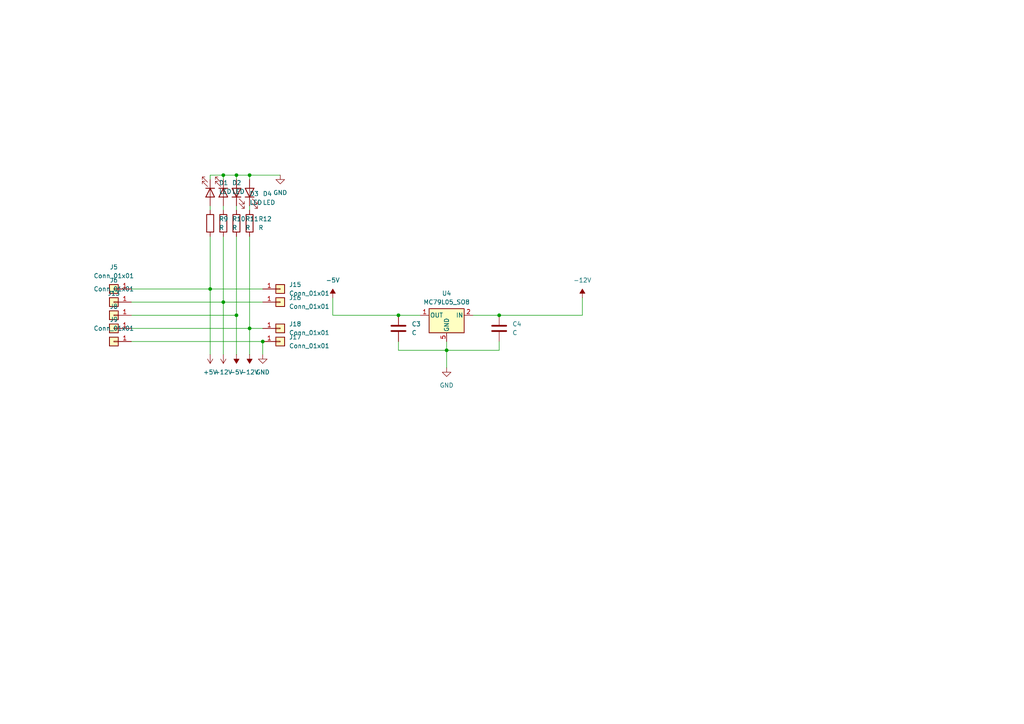
<source format=kicad_sch>
(kicad_sch
	(version 20250114)
	(generator "eeschema")
	(generator_version "9.0")
	(uuid "95fa4313-3f84-4339-9e3e-398b3180ed03")
	(paper "A4")
	(lib_symbols
		(symbol "Connector_Generic:Conn_01x01"
			(pin_names
				(offset 1.016)
				(hide yes)
			)
			(exclude_from_sim no)
			(in_bom yes)
			(on_board yes)
			(property "Reference" "J"
				(at 0 2.54 0)
				(effects
					(font
						(size 1.27 1.27)
					)
				)
			)
			(property "Value" "Conn_01x01"
				(at 0 -2.54 0)
				(effects
					(font
						(size 1.27 1.27)
					)
				)
			)
			(property "Footprint" ""
				(at 0 0 0)
				(effects
					(font
						(size 1.27 1.27)
					)
					(hide yes)
				)
			)
			(property "Datasheet" "~"
				(at 0 0 0)
				(effects
					(font
						(size 1.27 1.27)
					)
					(hide yes)
				)
			)
			(property "Description" "Generic connector, single row, 01x01, script generated (kicad-library-utils/schlib/autogen/connector/)"
				(at 0 0 0)
				(effects
					(font
						(size 1.27 1.27)
					)
					(hide yes)
				)
			)
			(property "ki_keywords" "connector"
				(at 0 0 0)
				(effects
					(font
						(size 1.27 1.27)
					)
					(hide yes)
				)
			)
			(property "ki_fp_filters" "Connector*:*_1x??_*"
				(at 0 0 0)
				(effects
					(font
						(size 1.27 1.27)
					)
					(hide yes)
				)
			)
			(symbol "Conn_01x01_1_1"
				(rectangle
					(start -1.27 1.27)
					(end 1.27 -1.27)
					(stroke
						(width 0.254)
						(type default)
					)
					(fill
						(type background)
					)
				)
				(rectangle
					(start -1.27 0.127)
					(end 0 -0.127)
					(stroke
						(width 0.1524)
						(type default)
					)
					(fill
						(type none)
					)
				)
				(pin passive line
					(at -5.08 0 0)
					(length 3.81)
					(name "Pin_1"
						(effects
							(font
								(size 1.27 1.27)
							)
						)
					)
					(number "1"
						(effects
							(font
								(size 1.27 1.27)
							)
						)
					)
				)
			)
			(embedded_fonts no)
		)
		(symbol "Device:C"
			(pin_numbers
				(hide yes)
			)
			(pin_names
				(offset 0.254)
			)
			(exclude_from_sim no)
			(in_bom yes)
			(on_board yes)
			(property "Reference" "C"
				(at 0.635 2.54 0)
				(effects
					(font
						(size 1.27 1.27)
					)
					(justify left)
				)
			)
			(property "Value" "C"
				(at 0.635 -2.54 0)
				(effects
					(font
						(size 1.27 1.27)
					)
					(justify left)
				)
			)
			(property "Footprint" ""
				(at 0.9652 -3.81 0)
				(effects
					(font
						(size 1.27 1.27)
					)
					(hide yes)
				)
			)
			(property "Datasheet" "~"
				(at 0 0 0)
				(effects
					(font
						(size 1.27 1.27)
					)
					(hide yes)
				)
			)
			(property "Description" "Unpolarized capacitor"
				(at 0 0 0)
				(effects
					(font
						(size 1.27 1.27)
					)
					(hide yes)
				)
			)
			(property "ki_keywords" "cap capacitor"
				(at 0 0 0)
				(effects
					(font
						(size 1.27 1.27)
					)
					(hide yes)
				)
			)
			(property "ki_fp_filters" "C_*"
				(at 0 0 0)
				(effects
					(font
						(size 1.27 1.27)
					)
					(hide yes)
				)
			)
			(symbol "C_0_1"
				(polyline
					(pts
						(xy -2.032 0.762) (xy 2.032 0.762)
					)
					(stroke
						(width 0.508)
						(type default)
					)
					(fill
						(type none)
					)
				)
				(polyline
					(pts
						(xy -2.032 -0.762) (xy 2.032 -0.762)
					)
					(stroke
						(width 0.508)
						(type default)
					)
					(fill
						(type none)
					)
				)
			)
			(symbol "C_1_1"
				(pin passive line
					(at 0 3.81 270)
					(length 2.794)
					(name "~"
						(effects
							(font
								(size 1.27 1.27)
							)
						)
					)
					(number "1"
						(effects
							(font
								(size 1.27 1.27)
							)
						)
					)
				)
				(pin passive line
					(at 0 -3.81 90)
					(length 2.794)
					(name "~"
						(effects
							(font
								(size 1.27 1.27)
							)
						)
					)
					(number "2"
						(effects
							(font
								(size 1.27 1.27)
							)
						)
					)
				)
			)
			(embedded_fonts no)
		)
		(symbol "Device:LED"
			(pin_numbers
				(hide yes)
			)
			(pin_names
				(offset 1.016)
				(hide yes)
			)
			(exclude_from_sim no)
			(in_bom yes)
			(on_board yes)
			(property "Reference" "D"
				(at 0 2.54 0)
				(effects
					(font
						(size 1.27 1.27)
					)
				)
			)
			(property "Value" "LED"
				(at 0 -2.54 0)
				(effects
					(font
						(size 1.27 1.27)
					)
				)
			)
			(property "Footprint" ""
				(at 0 0 0)
				(effects
					(font
						(size 1.27 1.27)
					)
					(hide yes)
				)
			)
			(property "Datasheet" "~"
				(at 0 0 0)
				(effects
					(font
						(size 1.27 1.27)
					)
					(hide yes)
				)
			)
			(property "Description" "Light emitting diode"
				(at 0 0 0)
				(effects
					(font
						(size 1.27 1.27)
					)
					(hide yes)
				)
			)
			(property "Sim.Pins" "1=K 2=A"
				(at 0 0 0)
				(effects
					(font
						(size 1.27 1.27)
					)
					(hide yes)
				)
			)
			(property "ki_keywords" "LED diode"
				(at 0 0 0)
				(effects
					(font
						(size 1.27 1.27)
					)
					(hide yes)
				)
			)
			(property "ki_fp_filters" "LED* LED_SMD:* LED_THT:*"
				(at 0 0 0)
				(effects
					(font
						(size 1.27 1.27)
					)
					(hide yes)
				)
			)
			(symbol "LED_0_1"
				(polyline
					(pts
						(xy -3.048 -0.762) (xy -4.572 -2.286) (xy -3.81 -2.286) (xy -4.572 -2.286) (xy -4.572 -1.524)
					)
					(stroke
						(width 0)
						(type default)
					)
					(fill
						(type none)
					)
				)
				(polyline
					(pts
						(xy -1.778 -0.762) (xy -3.302 -2.286) (xy -2.54 -2.286) (xy -3.302 -2.286) (xy -3.302 -1.524)
					)
					(stroke
						(width 0)
						(type default)
					)
					(fill
						(type none)
					)
				)
				(polyline
					(pts
						(xy -1.27 0) (xy 1.27 0)
					)
					(stroke
						(width 0)
						(type default)
					)
					(fill
						(type none)
					)
				)
				(polyline
					(pts
						(xy -1.27 -1.27) (xy -1.27 1.27)
					)
					(stroke
						(width 0.254)
						(type default)
					)
					(fill
						(type none)
					)
				)
				(polyline
					(pts
						(xy 1.27 -1.27) (xy 1.27 1.27) (xy -1.27 0) (xy 1.27 -1.27)
					)
					(stroke
						(width 0.254)
						(type default)
					)
					(fill
						(type none)
					)
				)
			)
			(symbol "LED_1_1"
				(pin passive line
					(at -3.81 0 0)
					(length 2.54)
					(name "K"
						(effects
							(font
								(size 1.27 1.27)
							)
						)
					)
					(number "1"
						(effects
							(font
								(size 1.27 1.27)
							)
						)
					)
				)
				(pin passive line
					(at 3.81 0 180)
					(length 2.54)
					(name "A"
						(effects
							(font
								(size 1.27 1.27)
							)
						)
					)
					(number "2"
						(effects
							(font
								(size 1.27 1.27)
							)
						)
					)
				)
			)
			(embedded_fonts no)
		)
		(symbol "Device:R"
			(pin_numbers
				(hide yes)
			)
			(pin_names
				(offset 0)
			)
			(exclude_from_sim no)
			(in_bom yes)
			(on_board yes)
			(property "Reference" "R"
				(at 2.032 0 90)
				(effects
					(font
						(size 1.27 1.27)
					)
				)
			)
			(property "Value" "R"
				(at 0 0 90)
				(effects
					(font
						(size 1.27 1.27)
					)
				)
			)
			(property "Footprint" ""
				(at -1.778 0 90)
				(effects
					(font
						(size 1.27 1.27)
					)
					(hide yes)
				)
			)
			(property "Datasheet" "~"
				(at 0 0 0)
				(effects
					(font
						(size 1.27 1.27)
					)
					(hide yes)
				)
			)
			(property "Description" "Resistor"
				(at 0 0 0)
				(effects
					(font
						(size 1.27 1.27)
					)
					(hide yes)
				)
			)
			(property "ki_keywords" "R res resistor"
				(at 0 0 0)
				(effects
					(font
						(size 1.27 1.27)
					)
					(hide yes)
				)
			)
			(property "ki_fp_filters" "R_*"
				(at 0 0 0)
				(effects
					(font
						(size 1.27 1.27)
					)
					(hide yes)
				)
			)
			(symbol "R_0_1"
				(rectangle
					(start -1.016 -2.54)
					(end 1.016 2.54)
					(stroke
						(width 0.254)
						(type default)
					)
					(fill
						(type none)
					)
				)
			)
			(symbol "R_1_1"
				(pin passive line
					(at 0 3.81 270)
					(length 1.27)
					(name "~"
						(effects
							(font
								(size 1.27 1.27)
							)
						)
					)
					(number "1"
						(effects
							(font
								(size 1.27 1.27)
							)
						)
					)
				)
				(pin passive line
					(at 0 -3.81 90)
					(length 1.27)
					(name "~"
						(effects
							(font
								(size 1.27 1.27)
							)
						)
					)
					(number "2"
						(effects
							(font
								(size 1.27 1.27)
							)
						)
					)
				)
			)
			(embedded_fonts no)
		)
		(symbol "Regulator_Linear:MC79L05_SO8"
			(pin_names
				(offset 0.254)
			)
			(exclude_from_sim no)
			(in_bom yes)
			(on_board yes)
			(property "Reference" "U"
				(at -3.81 -3.175 0)
				(effects
					(font
						(size 1.27 1.27)
					)
				)
			)
			(property "Value" "MC79L05_SO8"
				(at 0 -3.175 0)
				(effects
					(font
						(size 1.27 1.27)
					)
					(justify left)
				)
			)
			(property "Footprint" "Package_SO:SOIC-8_3.9x4.9mm_P1.27mm"
				(at 0 -5.08 0)
				(effects
					(font
						(size 1.27 1.27)
						(italic yes)
					)
					(hide yes)
				)
			)
			(property "Datasheet" "http://www.ti.com/lit/ds/symlink/lm79l.pdf"
				(at 0 1.27 0)
				(effects
					(font
						(size 1.27 1.27)
					)
					(hide yes)
				)
			)
			(property "Description" "Negative 100mA -30V Linear Regulator, Fixed Output -5V, SO-8"
				(at 0 0 0)
				(effects
					(font
						(size 1.27 1.27)
					)
					(hide yes)
				)
			)
			(property "ki_keywords" "Voltage Regulator 100mA Negative"
				(at 0 0 0)
				(effects
					(font
						(size 1.27 1.27)
					)
					(hide yes)
				)
			)
			(property "ki_fp_filters" "SOIC?8*3.9x4.9mm*P1.27mm*"
				(at 0 0 0)
				(effects
					(font
						(size 1.27 1.27)
					)
					(hide yes)
				)
			)
			(symbol "MC79L05_SO8_0_1"
				(rectangle
					(start -5.08 5.08)
					(end 5.08 -1.905)
					(stroke
						(width 0.254)
						(type default)
					)
					(fill
						(type background)
					)
				)
			)
			(symbol "MC79L05_SO8_1_1"
				(pin power_in line
					(at -7.62 0 0)
					(length 2.54)
					(name "IN"
						(effects
							(font
								(size 1.27 1.27)
							)
						)
					)
					(number "2"
						(effects
							(font
								(size 1.27 1.27)
							)
						)
					)
				)
				(pin passive line
					(at -7.62 0 0)
					(length 2.54)
					(hide yes)
					(name "IN"
						(effects
							(font
								(size 1.27 1.27)
							)
						)
					)
					(number "3"
						(effects
							(font
								(size 1.27 1.27)
							)
						)
					)
				)
				(pin passive line
					(at -7.62 0 0)
					(length 2.54)
					(hide yes)
					(name "IN"
						(effects
							(font
								(size 1.27 1.27)
							)
						)
					)
					(number "6"
						(effects
							(font
								(size 1.27 1.27)
							)
						)
					)
				)
				(pin passive line
					(at -7.62 0 0)
					(length 2.54)
					(hide yes)
					(name "IN"
						(effects
							(font
								(size 1.27 1.27)
							)
						)
					)
					(number "7"
						(effects
							(font
								(size 1.27 1.27)
							)
						)
					)
				)
				(pin no_connect line
					(at -5.08 2.54 0)
					(length 2.54)
					(hide yes)
					(name "NC"
						(effects
							(font
								(size 1.27 1.27)
							)
						)
					)
					(number "8"
						(effects
							(font
								(size 1.27 1.27)
							)
						)
					)
				)
				(pin power_in line
					(at 0 7.62 270)
					(length 2.54)
					(name "GND"
						(effects
							(font
								(size 1.27 1.27)
							)
						)
					)
					(number "5"
						(effects
							(font
								(size 1.27 1.27)
							)
						)
					)
				)
				(pin no_connect line
					(at 5.08 2.54 180)
					(length 2.54)
					(hide yes)
					(name "NC"
						(effects
							(font
								(size 1.27 1.27)
							)
						)
					)
					(number "4"
						(effects
							(font
								(size 1.27 1.27)
							)
						)
					)
				)
				(pin power_out line
					(at 7.62 0 180)
					(length 2.54)
					(name "OUT"
						(effects
							(font
								(size 1.27 1.27)
							)
						)
					)
					(number "1"
						(effects
							(font
								(size 1.27 1.27)
							)
						)
					)
				)
			)
			(embedded_fonts no)
		)
		(symbol "power:+12V"
			(power)
			(pin_numbers
				(hide yes)
			)
			(pin_names
				(offset 0)
				(hide yes)
			)
			(exclude_from_sim no)
			(in_bom yes)
			(on_board yes)
			(property "Reference" "#PWR"
				(at 0 -3.81 0)
				(effects
					(font
						(size 1.27 1.27)
					)
					(hide yes)
				)
			)
			(property "Value" "+12V"
				(at 0 3.556 0)
				(effects
					(font
						(size 1.27 1.27)
					)
				)
			)
			(property "Footprint" ""
				(at 0 0 0)
				(effects
					(font
						(size 1.27 1.27)
					)
					(hide yes)
				)
			)
			(property "Datasheet" ""
				(at 0 0 0)
				(effects
					(font
						(size 1.27 1.27)
					)
					(hide yes)
				)
			)
			(property "Description" "Power symbol creates a global label with name \"+12V\""
				(at 0 0 0)
				(effects
					(font
						(size 1.27 1.27)
					)
					(hide yes)
				)
			)
			(property "ki_keywords" "global power"
				(at 0 0 0)
				(effects
					(font
						(size 1.27 1.27)
					)
					(hide yes)
				)
			)
			(symbol "+12V_0_1"
				(polyline
					(pts
						(xy -0.762 1.27) (xy 0 2.54)
					)
					(stroke
						(width 0)
						(type default)
					)
					(fill
						(type none)
					)
				)
				(polyline
					(pts
						(xy 0 2.54) (xy 0.762 1.27)
					)
					(stroke
						(width 0)
						(type default)
					)
					(fill
						(type none)
					)
				)
				(polyline
					(pts
						(xy 0 0) (xy 0 2.54)
					)
					(stroke
						(width 0)
						(type default)
					)
					(fill
						(type none)
					)
				)
			)
			(symbol "+12V_1_1"
				(pin power_in line
					(at 0 0 90)
					(length 0)
					(name "~"
						(effects
							(font
								(size 1.27 1.27)
							)
						)
					)
					(number "1"
						(effects
							(font
								(size 1.27 1.27)
							)
						)
					)
				)
			)
			(embedded_fonts no)
		)
		(symbol "power:+5V"
			(power)
			(pin_numbers
				(hide yes)
			)
			(pin_names
				(offset 0)
				(hide yes)
			)
			(exclude_from_sim no)
			(in_bom yes)
			(on_board yes)
			(property "Reference" "#PWR"
				(at 0 -3.81 0)
				(effects
					(font
						(size 1.27 1.27)
					)
					(hide yes)
				)
			)
			(property "Value" "+5V"
				(at 0 3.556 0)
				(effects
					(font
						(size 1.27 1.27)
					)
				)
			)
			(property "Footprint" ""
				(at 0 0 0)
				(effects
					(font
						(size 1.27 1.27)
					)
					(hide yes)
				)
			)
			(property "Datasheet" ""
				(at 0 0 0)
				(effects
					(font
						(size 1.27 1.27)
					)
					(hide yes)
				)
			)
			(property "Description" "Power symbol creates a global label with name \"+5V\""
				(at 0 0 0)
				(effects
					(font
						(size 1.27 1.27)
					)
					(hide yes)
				)
			)
			(property "ki_keywords" "global power"
				(at 0 0 0)
				(effects
					(font
						(size 1.27 1.27)
					)
					(hide yes)
				)
			)
			(symbol "+5V_0_1"
				(polyline
					(pts
						(xy -0.762 1.27) (xy 0 2.54)
					)
					(stroke
						(width 0)
						(type default)
					)
					(fill
						(type none)
					)
				)
				(polyline
					(pts
						(xy 0 2.54) (xy 0.762 1.27)
					)
					(stroke
						(width 0)
						(type default)
					)
					(fill
						(type none)
					)
				)
				(polyline
					(pts
						(xy 0 0) (xy 0 2.54)
					)
					(stroke
						(width 0)
						(type default)
					)
					(fill
						(type none)
					)
				)
			)
			(symbol "+5V_1_1"
				(pin power_in line
					(at 0 0 90)
					(length 0)
					(name "~"
						(effects
							(font
								(size 1.27 1.27)
							)
						)
					)
					(number "1"
						(effects
							(font
								(size 1.27 1.27)
							)
						)
					)
				)
			)
			(embedded_fonts no)
		)
		(symbol "power:-12V"
			(power)
			(pin_numbers
				(hide yes)
			)
			(pin_names
				(offset 0)
				(hide yes)
			)
			(exclude_from_sim no)
			(in_bom yes)
			(on_board yes)
			(property "Reference" "#PWR"
				(at 0 -3.81 0)
				(effects
					(font
						(size 1.27 1.27)
					)
					(hide yes)
				)
			)
			(property "Value" "-12V"
				(at 0 3.556 0)
				(effects
					(font
						(size 1.27 1.27)
					)
				)
			)
			(property "Footprint" ""
				(at 0 0 0)
				(effects
					(font
						(size 1.27 1.27)
					)
					(hide yes)
				)
			)
			(property "Datasheet" ""
				(at 0 0 0)
				(effects
					(font
						(size 1.27 1.27)
					)
					(hide yes)
				)
			)
			(property "Description" "Power symbol creates a global label with name \"-12V\""
				(at 0 0 0)
				(effects
					(font
						(size 1.27 1.27)
					)
					(hide yes)
				)
			)
			(property "ki_keywords" "global power"
				(at 0 0 0)
				(effects
					(font
						(size 1.27 1.27)
					)
					(hide yes)
				)
			)
			(symbol "-12V_0_0"
				(pin power_in line
					(at 0 0 90)
					(length 0)
					(name "~"
						(effects
							(font
								(size 1.27 1.27)
							)
						)
					)
					(number "1"
						(effects
							(font
								(size 1.27 1.27)
							)
						)
					)
				)
			)
			(symbol "-12V_0_1"
				(polyline
					(pts
						(xy 0 0) (xy 0 1.27) (xy 0.762 1.27) (xy 0 2.54) (xy -0.762 1.27) (xy 0 1.27)
					)
					(stroke
						(width 0)
						(type default)
					)
					(fill
						(type outline)
					)
				)
			)
			(embedded_fonts no)
		)
		(symbol "power:-5V"
			(power)
			(pin_numbers
				(hide yes)
			)
			(pin_names
				(offset 0)
				(hide yes)
			)
			(exclude_from_sim no)
			(in_bom yes)
			(on_board yes)
			(property "Reference" "#PWR"
				(at 0 -3.81 0)
				(effects
					(font
						(size 1.27 1.27)
					)
					(hide yes)
				)
			)
			(property "Value" "-5V"
				(at 0 3.556 0)
				(effects
					(font
						(size 1.27 1.27)
					)
				)
			)
			(property "Footprint" ""
				(at 0 0 0)
				(effects
					(font
						(size 1.27 1.27)
					)
					(hide yes)
				)
			)
			(property "Datasheet" ""
				(at 0 0 0)
				(effects
					(font
						(size 1.27 1.27)
					)
					(hide yes)
				)
			)
			(property "Description" "Power symbol creates a global label with name \"-5V\""
				(at 0 0 0)
				(effects
					(font
						(size 1.27 1.27)
					)
					(hide yes)
				)
			)
			(property "ki_keywords" "global power"
				(at 0 0 0)
				(effects
					(font
						(size 1.27 1.27)
					)
					(hide yes)
				)
			)
			(symbol "-5V_0_0"
				(pin power_in line
					(at 0 0 90)
					(length 0)
					(name "~"
						(effects
							(font
								(size 1.27 1.27)
							)
						)
					)
					(number "1"
						(effects
							(font
								(size 1.27 1.27)
							)
						)
					)
				)
			)
			(symbol "-5V_0_1"
				(polyline
					(pts
						(xy 0 0) (xy 0 1.27) (xy 0.762 1.27) (xy 0 2.54) (xy -0.762 1.27) (xy 0 1.27)
					)
					(stroke
						(width 0)
						(type default)
					)
					(fill
						(type outline)
					)
				)
			)
			(embedded_fonts no)
		)
		(symbol "power:GND"
			(power)
			(pin_numbers
				(hide yes)
			)
			(pin_names
				(offset 0)
				(hide yes)
			)
			(exclude_from_sim no)
			(in_bom yes)
			(on_board yes)
			(property "Reference" "#PWR"
				(at 0 -6.35 0)
				(effects
					(font
						(size 1.27 1.27)
					)
					(hide yes)
				)
			)
			(property "Value" "GND"
				(at 0 -3.81 0)
				(effects
					(font
						(size 1.27 1.27)
					)
				)
			)
			(property "Footprint" ""
				(at 0 0 0)
				(effects
					(font
						(size 1.27 1.27)
					)
					(hide yes)
				)
			)
			(property "Datasheet" ""
				(at 0 0 0)
				(effects
					(font
						(size 1.27 1.27)
					)
					(hide yes)
				)
			)
			(property "Description" "Power symbol creates a global label with name \"GND\" , ground"
				(at 0 0 0)
				(effects
					(font
						(size 1.27 1.27)
					)
					(hide yes)
				)
			)
			(property "ki_keywords" "global power"
				(at 0 0 0)
				(effects
					(font
						(size 1.27 1.27)
					)
					(hide yes)
				)
			)
			(symbol "GND_0_1"
				(polyline
					(pts
						(xy 0 0) (xy 0 -1.27) (xy 1.27 -1.27) (xy 0 -2.54) (xy -1.27 -1.27) (xy 0 -1.27)
					)
					(stroke
						(width 0)
						(type default)
					)
					(fill
						(type none)
					)
				)
			)
			(symbol "GND_1_1"
				(pin power_in line
					(at 0 0 270)
					(length 0)
					(name "~"
						(effects
							(font
								(size 1.27 1.27)
							)
						)
					)
					(number "1"
						(effects
							(font
								(size 1.27 1.27)
							)
						)
					)
				)
			)
			(embedded_fonts no)
		)
	)
	(junction
		(at 68.58 50.8)
		(diameter 0)
		(color 0 0 0 0)
		(uuid "2c71f374-8487-4bd7-a60c-75a9d382e6ab")
	)
	(junction
		(at 60.96 83.82)
		(diameter 0)
		(color 0 0 0 0)
		(uuid "44cd594a-7b89-4040-955a-7a903e70ffc3")
	)
	(junction
		(at 64.77 87.63)
		(diameter 0)
		(color 0 0 0 0)
		(uuid "44f9f7d5-a105-4ca2-80de-22148a2b4daf")
	)
	(junction
		(at 72.39 95.25)
		(diameter 0)
		(color 0 0 0 0)
		(uuid "486ae4d6-9581-4332-a276-ab1049444351")
	)
	(junction
		(at 68.58 91.44)
		(diameter 0)
		(color 0 0 0 0)
		(uuid "60dde0c1-6b93-44ad-889d-56fa38d86bd5")
	)
	(junction
		(at 64.77 50.8)
		(diameter 0)
		(color 0 0 0 0)
		(uuid "6bd7e0fe-92af-47e8-bb80-587c52cbd5e1")
	)
	(junction
		(at 76.2 99.06)
		(diameter 0)
		(color 0 0 0 0)
		(uuid "ba87babe-5640-4c6f-ad7d-e1df720bdf4d")
	)
	(junction
		(at 144.78 91.44)
		(diameter 0)
		(color 0 0 0 0)
		(uuid "c41bdfec-7fae-4d09-824d-1deab18e6161")
	)
	(junction
		(at 129.54 101.6)
		(diameter 0)
		(color 0 0 0 0)
		(uuid "c4fe5935-0a8e-4230-8413-13c85e8c4efd")
	)
	(junction
		(at 72.39 50.8)
		(diameter 0)
		(color 0 0 0 0)
		(uuid "dba209a6-d97b-461b-b127-4d0cc04b324c")
	)
	(junction
		(at 115.57 91.44)
		(diameter 0)
		(color 0 0 0 0)
		(uuid "e05a3617-7b96-4634-99b6-835caa163927")
	)
	(wire
		(pts
			(xy 76.2 87.63) (xy 64.77 87.63)
		)
		(stroke
			(width 0)
			(type default)
		)
		(uuid "05fb471a-4eb5-4c8e-98cf-e3e090e94155")
	)
	(wire
		(pts
			(xy 72.39 50.8) (xy 81.28 50.8)
		)
		(stroke
			(width 0)
			(type default)
		)
		(uuid "09677325-b2b6-4951-8d4f-6c3ffd702c87")
	)
	(wire
		(pts
			(xy 137.16 91.44) (xy 144.78 91.44)
		)
		(stroke
			(width 0)
			(type default)
		)
		(uuid "0e3b4813-a0b5-4628-a51e-b387f3eeddec")
	)
	(wire
		(pts
			(xy 68.58 68.58) (xy 68.58 91.44)
		)
		(stroke
			(width 0)
			(type default)
		)
		(uuid "1233a3e2-ac20-4f8d-bf43-73fa52cc3a5f")
	)
	(wire
		(pts
			(xy 72.39 52.07) (xy 72.39 50.8)
		)
		(stroke
			(width 0)
			(type default)
		)
		(uuid "1bf0d7af-c08c-42d2-a7cc-cddf3ffe0331")
	)
	(wire
		(pts
			(xy 38.1 83.82) (xy 60.96 83.82)
		)
		(stroke
			(width 0)
			(type default)
		)
		(uuid "1ecb3284-0cba-4dcc-8bc3-f877fcb02ced")
	)
	(wire
		(pts
			(xy 144.78 91.44) (xy 168.91 91.44)
		)
		(stroke
			(width 0)
			(type default)
		)
		(uuid "25ee1a18-1c69-487d-a824-24b0188356cd")
	)
	(wire
		(pts
			(xy 115.57 91.44) (xy 121.92 91.44)
		)
		(stroke
			(width 0)
			(type default)
		)
		(uuid "2861e707-9432-4d25-aed7-f4d2a7576dc7")
	)
	(wire
		(pts
			(xy 68.58 59.69) (xy 68.58 60.96)
		)
		(stroke
			(width 0)
			(type default)
		)
		(uuid "375f28e7-00c6-4d27-93af-b3e366f6c003")
	)
	(wire
		(pts
			(xy 60.96 83.82) (xy 76.2 83.82)
		)
		(stroke
			(width 0)
			(type default)
		)
		(uuid "49d4e50e-d48f-4b70-8471-100a484aa9fb")
	)
	(wire
		(pts
			(xy 129.54 99.06) (xy 129.54 101.6)
		)
		(stroke
			(width 0)
			(type default)
		)
		(uuid "4c496921-cab6-4e14-8f2c-8e5b01590ff3")
	)
	(wire
		(pts
			(xy 60.96 83.82) (xy 60.96 102.87)
		)
		(stroke
			(width 0)
			(type default)
		)
		(uuid "58066a41-babc-400f-8e78-3822d3172773")
	)
	(wire
		(pts
			(xy 72.39 59.69) (xy 72.39 60.96)
		)
		(stroke
			(width 0)
			(type default)
		)
		(uuid "58314369-caf3-4aa6-a776-c59bc64ab3e2")
	)
	(wire
		(pts
			(xy 38.1 99.06) (xy 76.2 99.06)
		)
		(stroke
			(width 0)
			(type default)
		)
		(uuid "58a95e44-2901-4a71-bb77-69f4789524a3")
	)
	(wire
		(pts
			(xy 60.96 59.69) (xy 60.96 60.96)
		)
		(stroke
			(width 0)
			(type default)
		)
		(uuid "64aee153-1b0d-4c28-a51e-aa1918400c06")
	)
	(wire
		(pts
			(xy 72.39 95.25) (xy 72.39 102.87)
		)
		(stroke
			(width 0)
			(type default)
		)
		(uuid "65cb0e0d-ea69-495f-9b9d-b15f09190dbe")
	)
	(wire
		(pts
			(xy 38.1 87.63) (xy 64.77 87.63)
		)
		(stroke
			(width 0)
			(type default)
		)
		(uuid "6c9ad51f-720f-4ca4-bf7d-855b85c46fbf")
	)
	(wire
		(pts
			(xy 68.58 50.8) (xy 64.77 50.8)
		)
		(stroke
			(width 0)
			(type default)
		)
		(uuid "7c58f8e5-5b7a-4938-a3f1-429110c11444")
	)
	(wire
		(pts
			(xy 60.96 50.8) (xy 60.96 52.07)
		)
		(stroke
			(width 0)
			(type default)
		)
		(uuid "7ef7ff35-2ba1-4a73-9192-a4b2114c0055")
	)
	(wire
		(pts
			(xy 72.39 95.25) (xy 76.2 95.25)
		)
		(stroke
			(width 0)
			(type default)
		)
		(uuid "808b7d0a-61cb-4280-ac42-0642af8d2e11")
	)
	(wire
		(pts
			(xy 64.77 50.8) (xy 60.96 50.8)
		)
		(stroke
			(width 0)
			(type default)
		)
		(uuid "818ee138-23e4-48c3-be62-740b9860cc33")
	)
	(wire
		(pts
			(xy 144.78 99.06) (xy 144.78 101.6)
		)
		(stroke
			(width 0)
			(type default)
		)
		(uuid "926bc942-4220-4dd8-af10-ac80cf6d8f0b")
	)
	(wire
		(pts
			(xy 38.1 95.25) (xy 72.39 95.25)
		)
		(stroke
			(width 0)
			(type default)
		)
		(uuid "99167e0f-3a06-4b87-9034-6e41f6037847")
	)
	(wire
		(pts
			(xy 38.1 91.44) (xy 68.58 91.44)
		)
		(stroke
			(width 0)
			(type default)
		)
		(uuid "9bf03448-e2af-494b-8a20-324baaf5dbb1")
	)
	(wire
		(pts
			(xy 68.58 91.44) (xy 68.58 102.87)
		)
		(stroke
			(width 0)
			(type default)
		)
		(uuid "abc63e8a-052a-4659-8b48-54f540859bae")
	)
	(wire
		(pts
			(xy 129.54 101.6) (xy 129.54 106.68)
		)
		(stroke
			(width 0)
			(type default)
		)
		(uuid "b26d4693-0b87-4aff-8926-447dc91fe987")
	)
	(wire
		(pts
			(xy 68.58 50.8) (xy 68.58 52.07)
		)
		(stroke
			(width 0)
			(type default)
		)
		(uuid "b35a6101-d155-477a-8b52-5ec9f0d3eaca")
	)
	(wire
		(pts
			(xy 72.39 50.8) (xy 68.58 50.8)
		)
		(stroke
			(width 0)
			(type default)
		)
		(uuid "badd28e5-6ac1-432b-9895-e83a4640bd06")
	)
	(wire
		(pts
			(xy 64.77 68.58) (xy 64.77 87.63)
		)
		(stroke
			(width 0)
			(type default)
		)
		(uuid "bb8e70db-a806-4a60-9212-493d4ca792f3")
	)
	(wire
		(pts
			(xy 60.96 68.58) (xy 60.96 83.82)
		)
		(stroke
			(width 0)
			(type default)
		)
		(uuid "cf8c9f05-b816-40d7-8c6e-7800bda5c0f8")
	)
	(wire
		(pts
			(xy 115.57 99.06) (xy 115.57 101.6)
		)
		(stroke
			(width 0)
			(type default)
		)
		(uuid "d0544bce-1104-49dd-9c23-e0b818116b63")
	)
	(wire
		(pts
			(xy 72.39 68.58) (xy 72.39 95.25)
		)
		(stroke
			(width 0)
			(type default)
		)
		(uuid "d2e704f5-c8cf-43bc-8292-ffedfcff2752")
	)
	(wire
		(pts
			(xy 64.77 59.69) (xy 64.77 60.96)
		)
		(stroke
			(width 0)
			(type default)
		)
		(uuid "d5c7ff49-c0f4-4849-bbfe-4e5908d1bfef")
	)
	(wire
		(pts
			(xy 76.2 99.06) (xy 76.2 102.87)
		)
		(stroke
			(width 0)
			(type default)
		)
		(uuid "e2bf6c60-95e0-4330-87d2-01f444d48741")
	)
	(wire
		(pts
			(xy 64.77 87.63) (xy 64.77 102.87)
		)
		(stroke
			(width 0)
			(type default)
		)
		(uuid "e2e95c51-eddd-4a14-b7e5-f98761a45616")
	)
	(wire
		(pts
			(xy 96.52 86.36) (xy 96.52 91.44)
		)
		(stroke
			(width 0)
			(type default)
		)
		(uuid "e4a29c0e-a03a-43c0-b7a3-2373fda8ebf6")
	)
	(wire
		(pts
			(xy 96.52 91.44) (xy 115.57 91.44)
		)
		(stroke
			(width 0)
			(type default)
		)
		(uuid "e507a979-d849-4fc2-989e-3b2a90fe0942")
	)
	(wire
		(pts
			(xy 168.91 86.36) (xy 168.91 91.44)
		)
		(stroke
			(width 0)
			(type default)
		)
		(uuid "e5baa4de-efd1-48a1-9291-bb9ace880165")
	)
	(wire
		(pts
			(xy 115.57 101.6) (xy 129.54 101.6)
		)
		(stroke
			(width 0)
			(type default)
		)
		(uuid "e856df7e-60a0-4e0c-8d7c-72ba9017b123")
	)
	(wire
		(pts
			(xy 64.77 50.8) (xy 64.77 52.07)
		)
		(stroke
			(width 0)
			(type default)
		)
		(uuid "ec0e4a63-b0c8-4313-bc5a-b51d4838c204")
	)
	(wire
		(pts
			(xy 144.78 101.6) (xy 129.54 101.6)
		)
		(stroke
			(width 0)
			(type default)
		)
		(uuid "f47b0dc3-b6c2-4f96-97b6-03f49fafc291")
	)
	(symbol
		(lib_id "power:GND")
		(at 129.54 106.68 0)
		(unit 1)
		(exclude_from_sim no)
		(in_bom yes)
		(on_board yes)
		(dnp no)
		(fields_autoplaced yes)
		(uuid "069adfb2-0e71-42d7-8917-acc4befabfdd")
		(property "Reference" "#PWR025"
			(at 129.54 113.03 0)
			(effects
				(font
					(size 1.27 1.27)
				)
				(hide yes)
			)
		)
		(property "Value" "GND"
			(at 129.54 111.76 0)
			(effects
				(font
					(size 1.27 1.27)
				)
			)
		)
		(property "Footprint" ""
			(at 129.54 106.68 0)
			(effects
				(font
					(size 1.27 1.27)
				)
				(hide yes)
			)
		)
		(property "Datasheet" ""
			(at 129.54 106.68 0)
			(effects
				(font
					(size 1.27 1.27)
				)
				(hide yes)
			)
		)
		(property "Description" "Power symbol creates a global label with name \"GND\" , ground"
			(at 129.54 106.68 0)
			(effects
				(font
					(size 1.27 1.27)
				)
				(hide yes)
			)
		)
		(pin "1"
			(uuid "c3893985-035e-4e7c-b998-f92d3cb7969f")
		)
		(instances
			(project "M1510251 - PPC Conn"
				(path "/68805d5e-6f5c-42fb-b90e-bca3266349ee/2bbe9f4e-c8f1-48ef-83f2-f83204dd5a98"
					(reference "#PWR025")
					(unit 1)
				)
			)
		)
	)
	(symbol
		(lib_id "Connector_Generic:Conn_01x01")
		(at 81.28 95.25 0)
		(unit 1)
		(exclude_from_sim no)
		(in_bom yes)
		(on_board yes)
		(dnp no)
		(fields_autoplaced yes)
		(uuid "0eef15ff-4af9-43a8-ae5b-501c0162099e")
		(property "Reference" "J18"
			(at 83.82 93.9799 0)
			(effects
				(font
					(size 1.27 1.27)
				)
				(justify left)
			)
		)
		(property "Value" "Conn_01x01"
			(at 83.82 96.5199 0)
			(effects
				(font
					(size 1.27 1.27)
				)
				(justify left)
			)
		)
		(property "Footprint" "Connector_Wire:SolderWire-0.15sqmm_1x01_D0.5mm_OD1.5mm"
			(at 81.28 95.25 0)
			(effects
				(font
					(size 1.27 1.27)
				)
				(hide yes)
			)
		)
		(property "Datasheet" "~"
			(at 81.28 95.25 0)
			(effects
				(font
					(size 1.27 1.27)
				)
				(hide yes)
			)
		)
		(property "Description" "Generic connector, single row, 01x01, script generated (kicad-library-utils/schlib/autogen/connector/)"
			(at 81.28 95.25 0)
			(effects
				(font
					(size 1.27 1.27)
				)
				(hide yes)
			)
		)
		(pin "1"
			(uuid "374fb6ce-7e47-447a-a810-0ad49fa26ecb")
		)
		(instances
			(project "M1510251 - PPC Conn"
				(path "/68805d5e-6f5c-42fb-b90e-bca3266349ee/2bbe9f4e-c8f1-48ef-83f2-f83204dd5a98"
					(reference "J18")
					(unit 1)
				)
			)
		)
	)
	(symbol
		(lib_id "Regulator_Linear:MC79L05_SO8")
		(at 129.54 91.44 180)
		(unit 1)
		(exclude_from_sim no)
		(in_bom yes)
		(on_board yes)
		(dnp no)
		(fields_autoplaced yes)
		(uuid "1a3426d3-7682-44f1-a3bc-429c953456d1")
		(property "Reference" "U4"
			(at 129.54 85.09 0)
			(effects
				(font
					(size 1.27 1.27)
				)
			)
		)
		(property "Value" "MC79L05_SO8"
			(at 129.54 87.63 0)
			(effects
				(font
					(size 1.27 1.27)
				)
			)
		)
		(property "Footprint" "Package_SO:SOIC-8_3.9x4.9mm_P1.27mm"
			(at 129.54 86.36 0)
			(effects
				(font
					(size 1.27 1.27)
					(italic yes)
				)
				(hide yes)
			)
		)
		(property "Datasheet" "http://www.ti.com/lit/ds/symlink/lm79l.pdf"
			(at 129.54 92.71 0)
			(effects
				(font
					(size 1.27 1.27)
				)
				(hide yes)
			)
		)
		(property "Description" "Negative 100mA -30V Linear Regulator, Fixed Output -5V, SO-8"
			(at 129.54 91.44 0)
			(effects
				(font
					(size 1.27 1.27)
				)
				(hide yes)
			)
		)
		(pin "8"
			(uuid "b17ec8b2-83ba-4dc2-89b3-1d8ca5645bbf")
		)
		(pin "5"
			(uuid "a8e8bb2b-5d9d-46b9-a591-ee65ad4302de")
		)
		(pin "3"
			(uuid "20b0e9fe-5fdd-4055-a601-d078fc3147bf")
		)
		(pin "1"
			(uuid "fb9426f1-181a-447f-ab8b-9c196b4d6daa")
		)
		(pin "4"
			(uuid "a32bba5b-194e-479f-8b11-52fb4844d328")
		)
		(pin "6"
			(uuid "3ccb162a-b979-4bb5-85f0-5bde0b9a4040")
		)
		(pin "2"
			(uuid "884f07b3-4f33-4d8f-94f2-2836d530ae60")
		)
		(pin "7"
			(uuid "9ab73778-c872-4d88-936e-703b78eaaf42")
		)
		(instances
			(project ""
				(path "/68805d5e-6f5c-42fb-b90e-bca3266349ee/2bbe9f4e-c8f1-48ef-83f2-f83204dd5a98"
					(reference "U4")
					(unit 1)
				)
			)
		)
	)
	(symbol
		(lib_id "Device:C")
		(at 115.57 95.25 0)
		(unit 1)
		(exclude_from_sim no)
		(in_bom yes)
		(on_board yes)
		(dnp no)
		(fields_autoplaced yes)
		(uuid "1acb3a24-12e5-40db-b5fc-30501ec14f16")
		(property "Reference" "C3"
			(at 119.38 93.9799 0)
			(effects
				(font
					(size 1.27 1.27)
				)
				(justify left)
			)
		)
		(property "Value" "C"
			(at 119.38 96.5199 0)
			(effects
				(font
					(size 1.27 1.27)
				)
				(justify left)
			)
		)
		(property "Footprint" "Capacitor_SMD:C_0805_2012Metric"
			(at 116.5352 99.06 0)
			(effects
				(font
					(size 1.27 1.27)
				)
				(hide yes)
			)
		)
		(property "Datasheet" "~"
			(at 115.57 95.25 0)
			(effects
				(font
					(size 1.27 1.27)
				)
				(hide yes)
			)
		)
		(property "Description" "Unpolarized capacitor"
			(at 115.57 95.25 0)
			(effects
				(font
					(size 1.27 1.27)
				)
				(hide yes)
			)
		)
		(pin "2"
			(uuid "d582369a-a17b-4f2d-aa3f-8be9ecd6b2ce")
		)
		(pin "1"
			(uuid "0b52a153-0cb7-4198-af69-7e6e76a9aba3")
		)
		(instances
			(project "M1510251 - PPC Conn"
				(path "/68805d5e-6f5c-42fb-b90e-bca3266349ee/2bbe9f4e-c8f1-48ef-83f2-f83204dd5a98"
					(reference "C3")
					(unit 1)
				)
			)
		)
	)
	(symbol
		(lib_id "Device:R")
		(at 64.77 64.77 0)
		(unit 1)
		(exclude_from_sim no)
		(in_bom yes)
		(on_board yes)
		(dnp no)
		(fields_autoplaced yes)
		(uuid "1f27d532-17bf-445c-89cb-cd44f1f1214b")
		(property "Reference" "R10"
			(at 67.31 63.4999 0)
			(effects
				(font
					(size 1.27 1.27)
				)
				(justify left)
			)
		)
		(property "Value" "R"
			(at 67.31 66.0399 0)
			(effects
				(font
					(size 1.27 1.27)
				)
				(justify left)
			)
		)
		(property "Footprint" "Resistor_SMD:R_0805_2012Metric"
			(at 62.992 64.77 90)
			(effects
				(font
					(size 1.27 1.27)
				)
				(hide yes)
			)
		)
		(property "Datasheet" "~"
			(at 64.77 64.77 0)
			(effects
				(font
					(size 1.27 1.27)
				)
				(hide yes)
			)
		)
		(property "Description" "Resistor"
			(at 64.77 64.77 0)
			(effects
				(font
					(size 1.27 1.27)
				)
				(hide yes)
			)
		)
		(pin "1"
			(uuid "5aea1864-c6fc-4f76-95d8-dcaa93070d55")
		)
		(pin "2"
			(uuid "d500ad99-ee7d-4e31-b13c-3ecaa952dda7")
		)
		(instances
			(project "M1510251 - PPC Conn"
				(path "/68805d5e-6f5c-42fb-b90e-bca3266349ee/2bbe9f4e-c8f1-48ef-83f2-f83204dd5a98"
					(reference "R10")
					(unit 1)
				)
			)
		)
	)
	(symbol
		(lib_id "power:-12V")
		(at 72.39 102.87 180)
		(unit 1)
		(exclude_from_sim no)
		(in_bom yes)
		(on_board yes)
		(dnp no)
		(fields_autoplaced yes)
		(uuid "2422c3b6-cf95-4d2a-b492-2c9dc4923365")
		(property "Reference" "#PWR026"
			(at 72.39 99.06 0)
			(effects
				(font
					(size 1.27 1.27)
				)
				(hide yes)
			)
		)
		(property "Value" "-12V"
			(at 72.39 107.95 0)
			(effects
				(font
					(size 1.27 1.27)
				)
			)
		)
		(property "Footprint" ""
			(at 72.39 102.87 0)
			(effects
				(font
					(size 1.27 1.27)
				)
				(hide yes)
			)
		)
		(property "Datasheet" ""
			(at 72.39 102.87 0)
			(effects
				(font
					(size 1.27 1.27)
				)
				(hide yes)
			)
		)
		(property "Description" "Power symbol creates a global label with name \"-12V\""
			(at 72.39 102.87 0)
			(effects
				(font
					(size 1.27 1.27)
				)
				(hide yes)
			)
		)
		(pin "1"
			(uuid "50ec392b-30d7-4a6c-9f1f-fd99580958f9")
		)
		(instances
			(project "M1510251 - PPC Conn"
				(path "/68805d5e-6f5c-42fb-b90e-bca3266349ee/2bbe9f4e-c8f1-48ef-83f2-f83204dd5a98"
					(reference "#PWR026")
					(unit 1)
				)
			)
		)
	)
	(symbol
		(lib_id "power:GND")
		(at 76.2 102.87 0)
		(unit 1)
		(exclude_from_sim no)
		(in_bom yes)
		(on_board yes)
		(dnp no)
		(fields_autoplaced yes)
		(uuid "27afe41a-992b-4f4e-8cf9-ccb156186b9b")
		(property "Reference" "#PWR029"
			(at 76.2 109.22 0)
			(effects
				(font
					(size 1.27 1.27)
				)
				(hide yes)
			)
		)
		(property "Value" "GND"
			(at 76.2 107.95 0)
			(effects
				(font
					(size 1.27 1.27)
				)
			)
		)
		(property "Footprint" ""
			(at 76.2 102.87 0)
			(effects
				(font
					(size 1.27 1.27)
				)
				(hide yes)
			)
		)
		(property "Datasheet" ""
			(at 76.2 102.87 0)
			(effects
				(font
					(size 1.27 1.27)
				)
				(hide yes)
			)
		)
		(property "Description" "Power symbol creates a global label with name \"GND\" , ground"
			(at 76.2 102.87 0)
			(effects
				(font
					(size 1.27 1.27)
				)
				(hide yes)
			)
		)
		(pin "1"
			(uuid "b97179d4-d818-48f6-89d3-125ef0e4e92f")
		)
		(instances
			(project "M1510251 - PPC Conn"
				(path "/68805d5e-6f5c-42fb-b90e-bca3266349ee/2bbe9f4e-c8f1-48ef-83f2-f83204dd5a98"
					(reference "#PWR029")
					(unit 1)
				)
			)
		)
	)
	(symbol
		(lib_id "Device:R")
		(at 60.96 64.77 0)
		(unit 1)
		(exclude_from_sim no)
		(in_bom yes)
		(on_board yes)
		(dnp no)
		(fields_autoplaced yes)
		(uuid "2f465ad7-e429-4f2e-ad9a-53ae2741aedc")
		(property "Reference" "R9"
			(at 63.5 63.4999 0)
			(effects
				(font
					(size 1.27 1.27)
				)
				(justify left)
			)
		)
		(property "Value" "R"
			(at 63.5 66.0399 0)
			(effects
				(font
					(size 1.27 1.27)
				)
				(justify left)
			)
		)
		(property "Footprint" "Resistor_SMD:R_0805_2012Metric"
			(at 59.182 64.77 90)
			(effects
				(font
					(size 1.27 1.27)
				)
				(hide yes)
			)
		)
		(property "Datasheet" "~"
			(at 60.96 64.77 0)
			(effects
				(font
					(size 1.27 1.27)
				)
				(hide yes)
			)
		)
		(property "Description" "Resistor"
			(at 60.96 64.77 0)
			(effects
				(font
					(size 1.27 1.27)
				)
				(hide yes)
			)
		)
		(pin "1"
			(uuid "d7be24de-8944-49de-8946-d19a4b701a35")
		)
		(pin "2"
			(uuid "14383267-2e0f-4733-b78c-707c3590891a")
		)
		(instances
			(project "M1510251 - PPC Conn"
				(path "/68805d5e-6f5c-42fb-b90e-bca3266349ee/2bbe9f4e-c8f1-48ef-83f2-f83204dd5a98"
					(reference "R9")
					(unit 1)
				)
			)
		)
	)
	(symbol
		(lib_id "Connector_Generic:Conn_01x01")
		(at 81.28 99.06 0)
		(unit 1)
		(exclude_from_sim no)
		(in_bom yes)
		(on_board yes)
		(dnp no)
		(fields_autoplaced yes)
		(uuid "4687b3ed-2786-456a-9fbd-93ba188d47e3")
		(property "Reference" "J17"
			(at 83.82 97.7899 0)
			(effects
				(font
					(size 1.27 1.27)
				)
				(justify left)
			)
		)
		(property "Value" "Conn_01x01"
			(at 83.82 100.3299 0)
			(effects
				(font
					(size 1.27 1.27)
				)
				(justify left)
			)
		)
		(property "Footprint" "Connector_Wire:SolderWire-0.15sqmm_1x01_D0.5mm_OD1.5mm"
			(at 81.28 99.06 0)
			(effects
				(font
					(size 1.27 1.27)
				)
				(hide yes)
			)
		)
		(property "Datasheet" "~"
			(at 81.28 99.06 0)
			(effects
				(font
					(size 1.27 1.27)
				)
				(hide yes)
			)
		)
		(property "Description" "Generic connector, single row, 01x01, script generated (kicad-library-utils/schlib/autogen/connector/)"
			(at 81.28 99.06 0)
			(effects
				(font
					(size 1.27 1.27)
				)
				(hide yes)
			)
		)
		(pin "1"
			(uuid "cb01f2d0-d0f2-49e7-b892-cc7f1b6fb0bf")
		)
		(instances
			(project "M1510251 - PPC Conn"
				(path "/68805d5e-6f5c-42fb-b90e-bca3266349ee/2bbe9f4e-c8f1-48ef-83f2-f83204dd5a98"
					(reference "J17")
					(unit 1)
				)
			)
		)
	)
	(symbol
		(lib_id "Device:LED")
		(at 60.96 55.88 270)
		(unit 1)
		(exclude_from_sim no)
		(in_bom yes)
		(on_board yes)
		(dnp no)
		(fields_autoplaced yes)
		(uuid "4abb23dd-16bd-4084-96fb-cd1d887d9e4b")
		(property "Reference" "D1"
			(at 63.5 53.0224 90)
			(effects
				(font
					(size 1.27 1.27)
				)
				(justify left)
			)
		)
		(property "Value" "LED"
			(at 63.5 55.5624 90)
			(effects
				(font
					(size 1.27 1.27)
				)
				(justify left)
			)
		)
		(property "Footprint" "LED_SMD:LED_0805_2012Metric"
			(at 60.96 55.88 0)
			(effects
				(font
					(size 1.27 1.27)
				)
				(hide yes)
			)
		)
		(property "Datasheet" "~"
			(at 60.96 55.88 0)
			(effects
				(font
					(size 1.27 1.27)
				)
				(hide yes)
			)
		)
		(property "Description" "Light emitting diode"
			(at 60.96 55.88 0)
			(effects
				(font
					(size 1.27 1.27)
				)
				(hide yes)
			)
		)
		(property "Sim.Pins" "1=K 2=A"
			(at 60.96 55.88 0)
			(effects
				(font
					(size 1.27 1.27)
				)
				(hide yes)
			)
		)
		(pin "2"
			(uuid "4012e9e0-8954-4c2c-8bb1-9f4d4ecd5161")
		)
		(pin "1"
			(uuid "83abd53e-4e41-4dc0-bb6b-f94e47e91a63")
		)
		(instances
			(project ""
				(path "/68805d5e-6f5c-42fb-b90e-bca3266349ee/2bbe9f4e-c8f1-48ef-83f2-f83204dd5a98"
					(reference "D1")
					(unit 1)
				)
			)
		)
	)
	(symbol
		(lib_id "power:+12V")
		(at 64.77 102.87 180)
		(unit 1)
		(exclude_from_sim no)
		(in_bom yes)
		(on_board yes)
		(dnp no)
		(fields_autoplaced yes)
		(uuid "50d391b4-24ea-408d-90f9-3fd40aad0ae4")
		(property "Reference" "#PWR024"
			(at 64.77 99.06 0)
			(effects
				(font
					(size 1.27 1.27)
				)
				(hide yes)
			)
		)
		(property "Value" "+12V"
			(at 64.77 107.95 0)
			(effects
				(font
					(size 1.27 1.27)
				)
			)
		)
		(property "Footprint" ""
			(at 64.77 102.87 0)
			(effects
				(font
					(size 1.27 1.27)
				)
				(hide yes)
			)
		)
		(property "Datasheet" ""
			(at 64.77 102.87 0)
			(effects
				(font
					(size 1.27 1.27)
				)
				(hide yes)
			)
		)
		(property "Description" "Power symbol creates a global label with name \"+12V\""
			(at 64.77 102.87 0)
			(effects
				(font
					(size 1.27 1.27)
				)
				(hide yes)
			)
		)
		(pin "1"
			(uuid "6084c14a-2fb7-4c5e-80fd-979e579c30bf")
		)
		(instances
			(project "M1510251 - PPC Conn"
				(path "/68805d5e-6f5c-42fb-b90e-bca3266349ee/2bbe9f4e-c8f1-48ef-83f2-f83204dd5a98"
					(reference "#PWR024")
					(unit 1)
				)
			)
		)
	)
	(symbol
		(lib_id "Device:R")
		(at 68.58 64.77 0)
		(unit 1)
		(exclude_from_sim no)
		(in_bom yes)
		(on_board yes)
		(dnp no)
		(fields_autoplaced yes)
		(uuid "5484192d-a053-4cfa-84fd-91fab910d9f5")
		(property "Reference" "R11"
			(at 71.12 63.4999 0)
			(effects
				(font
					(size 1.27 1.27)
				)
				(justify left)
			)
		)
		(property "Value" "R"
			(at 71.12 66.0399 0)
			(effects
				(font
					(size 1.27 1.27)
				)
				(justify left)
			)
		)
		(property "Footprint" "Resistor_SMD:R_0805_2012Metric"
			(at 66.802 64.77 90)
			(effects
				(font
					(size 1.27 1.27)
				)
				(hide yes)
			)
		)
		(property "Datasheet" "~"
			(at 68.58 64.77 0)
			(effects
				(font
					(size 1.27 1.27)
				)
				(hide yes)
			)
		)
		(property "Description" "Resistor"
			(at 68.58 64.77 0)
			(effects
				(font
					(size 1.27 1.27)
				)
				(hide yes)
			)
		)
		(pin "1"
			(uuid "764b36a0-9adb-41e4-90c8-044ef0df0744")
		)
		(pin "2"
			(uuid "f403c587-0f2c-4c35-8e6f-b3a6bdaf733d")
		)
		(instances
			(project "M1510251 - PPC Conn"
				(path "/68805d5e-6f5c-42fb-b90e-bca3266349ee/2bbe9f4e-c8f1-48ef-83f2-f83204dd5a98"
					(reference "R11")
					(unit 1)
				)
			)
		)
	)
	(symbol
		(lib_id "power:-12V")
		(at 168.91 86.36 0)
		(unit 1)
		(exclude_from_sim no)
		(in_bom yes)
		(on_board yes)
		(dnp no)
		(fields_autoplaced yes)
		(uuid "5b9082d9-2769-4d99-9313-aee9813b2c78")
		(property "Reference" "#PWR023"
			(at 168.91 90.17 0)
			(effects
				(font
					(size 1.27 1.27)
				)
				(hide yes)
			)
		)
		(property "Value" "-12V"
			(at 168.91 81.28 0)
			(effects
				(font
					(size 1.27 1.27)
				)
			)
		)
		(property "Footprint" ""
			(at 168.91 86.36 0)
			(effects
				(font
					(size 1.27 1.27)
				)
				(hide yes)
			)
		)
		(property "Datasheet" ""
			(at 168.91 86.36 0)
			(effects
				(font
					(size 1.27 1.27)
				)
				(hide yes)
			)
		)
		(property "Description" "Power symbol creates a global label with name \"-12V\""
			(at 168.91 86.36 0)
			(effects
				(font
					(size 1.27 1.27)
				)
				(hide yes)
			)
		)
		(pin "1"
			(uuid "6a05345e-d71a-41e4-a8f5-205a6cfc2014")
		)
		(instances
			(project "M1510251 - PPC Conn"
				(path "/68805d5e-6f5c-42fb-b90e-bca3266349ee/2bbe9f4e-c8f1-48ef-83f2-f83204dd5a98"
					(reference "#PWR023")
					(unit 1)
				)
			)
		)
	)
	(symbol
		(lib_id "Connector_Generic:Conn_01x01")
		(at 81.28 83.82 0)
		(unit 1)
		(exclude_from_sim no)
		(in_bom yes)
		(on_board yes)
		(dnp no)
		(fields_autoplaced yes)
		(uuid "612fbb74-306e-460e-9e91-9c00432e7d57")
		(property "Reference" "J15"
			(at 83.82 82.5499 0)
			(effects
				(font
					(size 1.27 1.27)
				)
				(justify left)
			)
		)
		(property "Value" "Conn_01x01"
			(at 83.82 85.0899 0)
			(effects
				(font
					(size 1.27 1.27)
				)
				(justify left)
			)
		)
		(property "Footprint" "Connector_Wire:SolderWire-0.15sqmm_1x01_D0.5mm_OD1.5mm"
			(at 81.28 83.82 0)
			(effects
				(font
					(size 1.27 1.27)
				)
				(hide yes)
			)
		)
		(property "Datasheet" "~"
			(at 81.28 83.82 0)
			(effects
				(font
					(size 1.27 1.27)
				)
				(hide yes)
			)
		)
		(property "Description" "Generic connector, single row, 01x01, script generated (kicad-library-utils/schlib/autogen/connector/)"
			(at 81.28 83.82 0)
			(effects
				(font
					(size 1.27 1.27)
				)
				(hide yes)
			)
		)
		(pin "1"
			(uuid "8d9813d5-8c5a-4335-ac7f-1a2ade4b3720")
		)
		(instances
			(project "M1510251 - PPC Conn"
				(path "/68805d5e-6f5c-42fb-b90e-bca3266349ee/2bbe9f4e-c8f1-48ef-83f2-f83204dd5a98"
					(reference "J15")
					(unit 1)
				)
			)
		)
	)
	(symbol
		(lib_id "power:-5V")
		(at 68.58 102.87 180)
		(unit 1)
		(exclude_from_sim no)
		(in_bom yes)
		(on_board yes)
		(dnp no)
		(fields_autoplaced yes)
		(uuid "7df1f694-6089-4c43-a367-80ad48553dda")
		(property "Reference" "#PWR027"
			(at 68.58 99.06 0)
			(effects
				(font
					(size 1.27 1.27)
				)
				(hide yes)
			)
		)
		(property "Value" "-5V"
			(at 68.58 107.95 0)
			(effects
				(font
					(size 1.27 1.27)
				)
			)
		)
		(property "Footprint" ""
			(at 68.58 102.87 0)
			(effects
				(font
					(size 1.27 1.27)
				)
				(hide yes)
			)
		)
		(property "Datasheet" ""
			(at 68.58 102.87 0)
			(effects
				(font
					(size 1.27 1.27)
				)
				(hide yes)
			)
		)
		(property "Description" "Power symbol creates a global label with name \"-5V\""
			(at 68.58 102.87 0)
			(effects
				(font
					(size 1.27 1.27)
				)
				(hide yes)
			)
		)
		(pin "1"
			(uuid "341207d0-d69b-4cc7-b789-280299cfe315")
		)
		(instances
			(project "M1510251 - PPC Conn"
				(path "/68805d5e-6f5c-42fb-b90e-bca3266349ee/2bbe9f4e-c8f1-48ef-83f2-f83204dd5a98"
					(reference "#PWR027")
					(unit 1)
				)
			)
		)
	)
	(symbol
		(lib_id "Connector_Generic:Conn_01x01")
		(at 33.02 95.25 180)
		(unit 1)
		(exclude_from_sim no)
		(in_bom yes)
		(on_board yes)
		(dnp no)
		(fields_autoplaced yes)
		(uuid "85d10eb9-ef66-42fd-a867-833d60038f36")
		(property "Reference" "J8"
			(at 33.02 88.9 0)
			(effects
				(font
					(size 1.27 1.27)
				)
			)
		)
		(property "Value" "Conn_01x01"
			(at 33.02 91.44 0)
			(effects
				(font
					(size 1.27 1.27)
				)
				(hide yes)
			)
		)
		(property "Footprint" "Connector_Wire:SolderWire-0.15sqmm_1x01_D0.5mm_OD1.5mm"
			(at 33.02 95.25 0)
			(effects
				(font
					(size 1.27 1.27)
				)
				(hide yes)
			)
		)
		(property "Datasheet" "~"
			(at 33.02 95.25 0)
			(effects
				(font
					(size 1.27 1.27)
				)
				(hide yes)
			)
		)
		(property "Description" "Generic connector, single row, 01x01, script generated (kicad-library-utils/schlib/autogen/connector/)"
			(at 33.02 95.25 0)
			(effects
				(font
					(size 1.27 1.27)
				)
				(hide yes)
			)
		)
		(pin "1"
			(uuid "d8438520-4709-4a26-94d9-c9ceea3a2695")
		)
		(instances
			(project "M1510251 - PPC Conn"
				(path "/68805d5e-6f5c-42fb-b90e-bca3266349ee/2bbe9f4e-c8f1-48ef-83f2-f83204dd5a98"
					(reference "J8")
					(unit 1)
				)
			)
		)
	)
	(symbol
		(lib_id "Device:R")
		(at 72.39 64.77 0)
		(unit 1)
		(exclude_from_sim no)
		(in_bom yes)
		(on_board yes)
		(dnp no)
		(fields_autoplaced yes)
		(uuid "9bfb9177-b4ee-4846-a583-977ed392d91f")
		(property "Reference" "R12"
			(at 74.93 63.4999 0)
			(effects
				(font
					(size 1.27 1.27)
				)
				(justify left)
			)
		)
		(property "Value" "R"
			(at 74.93 66.0399 0)
			(effects
				(font
					(size 1.27 1.27)
				)
				(justify left)
			)
		)
		(property "Footprint" "Resistor_SMD:R_0805_2012Metric"
			(at 70.612 64.77 90)
			(effects
				(font
					(size 1.27 1.27)
				)
				(hide yes)
			)
		)
		(property "Datasheet" "~"
			(at 72.39 64.77 0)
			(effects
				(font
					(size 1.27 1.27)
				)
				(hide yes)
			)
		)
		(property "Description" "Resistor"
			(at 72.39 64.77 0)
			(effects
				(font
					(size 1.27 1.27)
				)
				(hide yes)
			)
		)
		(pin "1"
			(uuid "214eb06b-804b-4a9e-8cf2-2f2d3322e029")
		)
		(pin "2"
			(uuid "980bc809-5390-4532-b555-48099d94f310")
		)
		(instances
			(project "M1510251 - PPC Conn"
				(path "/68805d5e-6f5c-42fb-b90e-bca3266349ee/2bbe9f4e-c8f1-48ef-83f2-f83204dd5a98"
					(reference "R12")
					(unit 1)
				)
			)
		)
	)
	(symbol
		(lib_id "power:+5V")
		(at 60.96 102.87 180)
		(unit 1)
		(exclude_from_sim no)
		(in_bom yes)
		(on_board yes)
		(dnp no)
		(fields_autoplaced yes)
		(uuid "a34b3c55-b592-4410-af06-8e2cd41e1be1")
		(property "Reference" "#PWR021"
			(at 60.96 99.06 0)
			(effects
				(font
					(size 1.27 1.27)
				)
				(hide yes)
			)
		)
		(property "Value" "+5V"
			(at 60.96 107.95 0)
			(effects
				(font
					(size 1.27 1.27)
				)
			)
		)
		(property "Footprint" ""
			(at 60.96 102.87 0)
			(effects
				(font
					(size 1.27 1.27)
				)
				(hide yes)
			)
		)
		(property "Datasheet" ""
			(at 60.96 102.87 0)
			(effects
				(font
					(size 1.27 1.27)
				)
				(hide yes)
			)
		)
		(property "Description" "Power symbol creates a global label with name \"+5V\""
			(at 60.96 102.87 0)
			(effects
				(font
					(size 1.27 1.27)
				)
				(hide yes)
			)
		)
		(pin "1"
			(uuid "2e815dfa-f1c5-47bc-97e1-5dd6c0f417ee")
		)
		(instances
			(project "M1510251 - PPC Conn"
				(path "/68805d5e-6f5c-42fb-b90e-bca3266349ee/2bbe9f4e-c8f1-48ef-83f2-f83204dd5a98"
					(reference "#PWR021")
					(unit 1)
				)
			)
		)
	)
	(symbol
		(lib_id "Connector_Generic:Conn_01x01")
		(at 33.02 99.06 180)
		(unit 1)
		(exclude_from_sim no)
		(in_bom yes)
		(on_board yes)
		(dnp no)
		(fields_autoplaced yes)
		(uuid "aeebc526-3734-44e1-8854-0ebbcd8ee403")
		(property "Reference" "J9"
			(at 33.02 92.71 0)
			(effects
				(font
					(size 1.27 1.27)
				)
			)
		)
		(property "Value" "Conn_01x01"
			(at 33.02 95.25 0)
			(effects
				(font
					(size 1.27 1.27)
				)
			)
		)
		(property "Footprint" "Connector_Wire:SolderWire-0.15sqmm_1x01_D0.5mm_OD1.5mm"
			(at 33.02 99.06 0)
			(effects
				(font
					(size 1.27 1.27)
				)
				(hide yes)
			)
		)
		(property "Datasheet" "~"
			(at 33.02 99.06 0)
			(effects
				(font
					(size 1.27 1.27)
				)
				(hide yes)
			)
		)
		(property "Description" "Generic connector, single row, 01x01, script generated (kicad-library-utils/schlib/autogen/connector/)"
			(at 33.02 99.06 0)
			(effects
				(font
					(size 1.27 1.27)
				)
				(hide yes)
			)
		)
		(pin "1"
			(uuid "f1024dd5-2efe-46e8-85fd-4a2cabf0dcfb")
		)
		(instances
			(project "M1510251 - PPC Conn"
				(path "/68805d5e-6f5c-42fb-b90e-bca3266349ee/2bbe9f4e-c8f1-48ef-83f2-f83204dd5a98"
					(reference "J9")
					(unit 1)
				)
			)
		)
	)
	(symbol
		(lib_id "Device:LED")
		(at 68.58 55.88 90)
		(unit 1)
		(exclude_from_sim no)
		(in_bom yes)
		(on_board yes)
		(dnp no)
		(fields_autoplaced yes)
		(uuid "b030a5c4-f1bc-4d44-a3f0-f099ad683e06")
		(property "Reference" "D3"
			(at 72.39 56.1974 90)
			(effects
				(font
					(size 1.27 1.27)
				)
				(justify right)
			)
		)
		(property "Value" "LED"
			(at 72.39 58.7374 90)
			(effects
				(font
					(size 1.27 1.27)
				)
				(justify right)
			)
		)
		(property "Footprint" "LED_SMD:LED_0805_2012Metric"
			(at 68.58 55.88 0)
			(effects
				(font
					(size 1.27 1.27)
				)
				(hide yes)
			)
		)
		(property "Datasheet" "~"
			(at 68.58 55.88 0)
			(effects
				(font
					(size 1.27 1.27)
				)
				(hide yes)
			)
		)
		(property "Description" "Light emitting diode"
			(at 68.58 55.88 0)
			(effects
				(font
					(size 1.27 1.27)
				)
				(hide yes)
			)
		)
		(property "Sim.Pins" "1=K 2=A"
			(at 68.58 55.88 0)
			(effects
				(font
					(size 1.27 1.27)
				)
				(hide yes)
			)
		)
		(pin "2"
			(uuid "0df133b7-6f78-4b23-9833-9efcafd0fa80")
		)
		(pin "1"
			(uuid "6b8706cd-da0d-4517-a79f-57455ec6ec33")
		)
		(instances
			(project "M1510251 - PPC Conn"
				(path "/68805d5e-6f5c-42fb-b90e-bca3266349ee/2bbe9f4e-c8f1-48ef-83f2-f83204dd5a98"
					(reference "D3")
					(unit 1)
				)
			)
		)
	)
	(symbol
		(lib_id "Connector_Generic:Conn_01x01")
		(at 33.02 87.63 180)
		(unit 1)
		(exclude_from_sim no)
		(in_bom yes)
		(on_board yes)
		(dnp no)
		(fields_autoplaced yes)
		(uuid "b8a2c3a1-ca4e-44c6-b72a-a29ad1c0ee27")
		(property "Reference" "J6"
			(at 33.02 81.28 0)
			(effects
				(font
					(size 1.27 1.27)
				)
			)
		)
		(property "Value" "Conn_01x01"
			(at 33.02 83.82 0)
			(effects
				(font
					(size 1.27 1.27)
				)
			)
		)
		(property "Footprint" "Connector_Wire:SolderWire-0.15sqmm_1x01_D0.5mm_OD1.5mm"
			(at 33.02 87.63 0)
			(effects
				(font
					(size 1.27 1.27)
				)
				(hide yes)
			)
		)
		(property "Datasheet" "~"
			(at 33.02 87.63 0)
			(effects
				(font
					(size 1.27 1.27)
				)
				(hide yes)
			)
		)
		(property "Description" "Generic connector, single row, 01x01, script generated (kicad-library-utils/schlib/autogen/connector/)"
			(at 33.02 87.63 0)
			(effects
				(font
					(size 1.27 1.27)
				)
				(hide yes)
			)
		)
		(pin "1"
			(uuid "6d362926-cc2d-4629-94e9-cfd2ad37fe17")
		)
		(instances
			(project "M1510251 - PPC Conn"
				(path "/68805d5e-6f5c-42fb-b90e-bca3266349ee/2bbe9f4e-c8f1-48ef-83f2-f83204dd5a98"
					(reference "J6")
					(unit 1)
				)
			)
		)
	)
	(symbol
		(lib_id "Connector_Generic:Conn_01x01")
		(at 33.02 91.44 180)
		(unit 1)
		(exclude_from_sim no)
		(in_bom yes)
		(on_board yes)
		(dnp no)
		(fields_autoplaced yes)
		(uuid "c5861a45-8ecb-469a-bede-5b8905d7f08e")
		(property "Reference" "J13"
			(at 33.02 85.09 0)
			(effects
				(font
					(size 1.27 1.27)
				)
			)
		)
		(property "Value" "Conn_01x01"
			(at 33.02 87.63 0)
			(effects
				(font
					(size 1.27 1.27)
				)
				(hide yes)
			)
		)
		(property "Footprint" "Connector_Wire:SolderWire-0.15sqmm_1x01_D0.5mm_OD1.5mm"
			(at 33.02 91.44 0)
			(effects
				(font
					(size 1.27 1.27)
				)
				(hide yes)
			)
		)
		(property "Datasheet" "~"
			(at 33.02 91.44 0)
			(effects
				(font
					(size 1.27 1.27)
				)
				(hide yes)
			)
		)
		(property "Description" "Generic connector, single row, 01x01, script generated (kicad-library-utils/schlib/autogen/connector/)"
			(at 33.02 91.44 0)
			(effects
				(font
					(size 1.27 1.27)
				)
				(hide yes)
			)
		)
		(pin "1"
			(uuid "4661ab0b-4e87-47e1-8221-97a634264a51")
		)
		(instances
			(project "M1510251 - PPC Conn"
				(path "/68805d5e-6f5c-42fb-b90e-bca3266349ee/2bbe9f4e-c8f1-48ef-83f2-f83204dd5a98"
					(reference "J13")
					(unit 1)
				)
			)
		)
	)
	(symbol
		(lib_id "power:-5V")
		(at 96.52 86.36 0)
		(unit 1)
		(exclude_from_sim no)
		(in_bom yes)
		(on_board yes)
		(dnp no)
		(fields_autoplaced yes)
		(uuid "d153f23d-7c4b-499f-a581-7f65fe8a52d5")
		(property "Reference" "#PWR022"
			(at 96.52 90.17 0)
			(effects
				(font
					(size 1.27 1.27)
				)
				(hide yes)
			)
		)
		(property "Value" "-5V"
			(at 96.52 81.28 0)
			(effects
				(font
					(size 1.27 1.27)
				)
			)
		)
		(property "Footprint" ""
			(at 96.52 86.36 0)
			(effects
				(font
					(size 1.27 1.27)
				)
				(hide yes)
			)
		)
		(property "Datasheet" ""
			(at 96.52 86.36 0)
			(effects
				(font
					(size 1.27 1.27)
				)
				(hide yes)
			)
		)
		(property "Description" "Power symbol creates a global label with name \"-5V\""
			(at 96.52 86.36 0)
			(effects
				(font
					(size 1.27 1.27)
				)
				(hide yes)
			)
		)
		(pin "1"
			(uuid "3adc2645-f3f0-4d19-8ae9-52a547f9a15c")
		)
		(instances
			(project "M1510251 - PPC Conn"
				(path "/68805d5e-6f5c-42fb-b90e-bca3266349ee/2bbe9f4e-c8f1-48ef-83f2-f83204dd5a98"
					(reference "#PWR022")
					(unit 1)
				)
			)
		)
	)
	(symbol
		(lib_id "Device:C")
		(at 144.78 95.25 0)
		(unit 1)
		(exclude_from_sim no)
		(in_bom yes)
		(on_board yes)
		(dnp no)
		(fields_autoplaced yes)
		(uuid "d3fb4671-eb0b-4e35-b7b9-4effe34c967e")
		(property "Reference" "C4"
			(at 148.59 93.9799 0)
			(effects
				(font
					(size 1.27 1.27)
				)
				(justify left)
			)
		)
		(property "Value" "C"
			(at 148.59 96.5199 0)
			(effects
				(font
					(size 1.27 1.27)
				)
				(justify left)
			)
		)
		(property "Footprint" "Capacitor_SMD:C_0805_2012Metric"
			(at 145.7452 99.06 0)
			(effects
				(font
					(size 1.27 1.27)
				)
				(hide yes)
			)
		)
		(property "Datasheet" "~"
			(at 144.78 95.25 0)
			(effects
				(font
					(size 1.27 1.27)
				)
				(hide yes)
			)
		)
		(property "Description" "Unpolarized capacitor"
			(at 144.78 95.25 0)
			(effects
				(font
					(size 1.27 1.27)
				)
				(hide yes)
			)
		)
		(pin "2"
			(uuid "9976efce-d09a-4490-a43e-b0a4ec7899ee")
		)
		(pin "1"
			(uuid "fb2cd5a9-ce19-4c2e-9167-4978e1bc2ec4")
		)
		(instances
			(project "M1510251 - PPC Conn"
				(path "/68805d5e-6f5c-42fb-b90e-bca3266349ee/2bbe9f4e-c8f1-48ef-83f2-f83204dd5a98"
					(reference "C4")
					(unit 1)
				)
			)
		)
	)
	(symbol
		(lib_id "Connector_Generic:Conn_01x01")
		(at 81.28 87.63 0)
		(unit 1)
		(exclude_from_sim no)
		(in_bom yes)
		(on_board yes)
		(dnp no)
		(fields_autoplaced yes)
		(uuid "d4bfdcdb-1047-405e-a068-0d3d68319039")
		(property "Reference" "J16"
			(at 83.82 86.3599 0)
			(effects
				(font
					(size 1.27 1.27)
				)
				(justify left)
			)
		)
		(property "Value" "Conn_01x01"
			(at 83.82 88.8999 0)
			(effects
				(font
					(size 1.27 1.27)
				)
				(justify left)
			)
		)
		(property "Footprint" "Connector_Wire:SolderWire-0.15sqmm_1x01_D0.5mm_OD1.5mm"
			(at 81.28 87.63 0)
			(effects
				(font
					(size 1.27 1.27)
				)
				(hide yes)
			)
		)
		(property "Datasheet" "~"
			(at 81.28 87.63 0)
			(effects
				(font
					(size 1.27 1.27)
				)
				(hide yes)
			)
		)
		(property "Description" "Generic connector, single row, 01x01, script generated (kicad-library-utils/schlib/autogen/connector/)"
			(at 81.28 87.63 0)
			(effects
				(font
					(size 1.27 1.27)
				)
				(hide yes)
			)
		)
		(pin "1"
			(uuid "84aca1c7-21af-4542-a94c-fd4a2c962ce2")
		)
		(instances
			(project "M1510251 - PPC Conn"
				(path "/68805d5e-6f5c-42fb-b90e-bca3266349ee/2bbe9f4e-c8f1-48ef-83f2-f83204dd5a98"
					(reference "J16")
					(unit 1)
				)
			)
		)
	)
	(symbol
		(lib_id "Connector_Generic:Conn_01x01")
		(at 33.02 83.82 180)
		(unit 1)
		(exclude_from_sim no)
		(in_bom yes)
		(on_board yes)
		(dnp no)
		(fields_autoplaced yes)
		(uuid "d5a5a6c3-c76f-4607-90f0-7b493f1f96aa")
		(property "Reference" "J5"
			(at 33.02 77.47 0)
			(effects
				(font
					(size 1.27 1.27)
				)
			)
		)
		(property "Value" "Conn_01x01"
			(at 33.02 80.01 0)
			(effects
				(font
					(size 1.27 1.27)
				)
			)
		)
		(property "Footprint" "Connector_Wire:SolderWire-0.15sqmm_1x01_D0.5mm_OD1.5mm"
			(at 33.02 83.82 0)
			(effects
				(font
					(size 1.27 1.27)
				)
				(hide yes)
			)
		)
		(property "Datasheet" "~"
			(at 33.02 83.82 0)
			(effects
				(font
					(size 1.27 1.27)
				)
				(hide yes)
			)
		)
		(property "Description" "Generic connector, single row, 01x01, script generated (kicad-library-utils/schlib/autogen/connector/)"
			(at 33.02 83.82 0)
			(effects
				(font
					(size 1.27 1.27)
				)
				(hide yes)
			)
		)
		(pin "1"
			(uuid "1da694a6-8b31-4a60-b6d7-407c764ddabb")
		)
		(instances
			(project ""
				(path "/68805d5e-6f5c-42fb-b90e-bca3266349ee/2bbe9f4e-c8f1-48ef-83f2-f83204dd5a98"
					(reference "J5")
					(unit 1)
				)
			)
		)
	)
	(symbol
		(lib_id "Device:LED")
		(at 64.77 55.88 270)
		(unit 1)
		(exclude_from_sim no)
		(in_bom yes)
		(on_board yes)
		(dnp no)
		(fields_autoplaced yes)
		(uuid "e290c909-eb08-48ea-b45b-0dd8b4f566f9")
		(property "Reference" "D2"
			(at 67.31 53.0224 90)
			(effects
				(font
					(size 1.27 1.27)
				)
				(justify left)
			)
		)
		(property "Value" "LED"
			(at 67.31 55.5624 90)
			(effects
				(font
					(size 1.27 1.27)
				)
				(justify left)
			)
		)
		(property "Footprint" "LED_SMD:LED_0805_2012Metric"
			(at 64.77 55.88 0)
			(effects
				(font
					(size 1.27 1.27)
				)
				(hide yes)
			)
		)
		(property "Datasheet" "~"
			(at 64.77 55.88 0)
			(effects
				(font
					(size 1.27 1.27)
				)
				(hide yes)
			)
		)
		(property "Description" "Light emitting diode"
			(at 64.77 55.88 0)
			(effects
				(font
					(size 1.27 1.27)
				)
				(hide yes)
			)
		)
		(property "Sim.Pins" "1=K 2=A"
			(at 64.77 55.88 0)
			(effects
				(font
					(size 1.27 1.27)
				)
				(hide yes)
			)
		)
		(pin "2"
			(uuid "06db752d-8e0d-476d-afe9-c16612d9d6e0")
		)
		(pin "1"
			(uuid "f2f384d7-1c1a-4932-9219-dc07e446c1b8")
		)
		(instances
			(project "M1510251 - PPC Conn"
				(path "/68805d5e-6f5c-42fb-b90e-bca3266349ee/2bbe9f4e-c8f1-48ef-83f2-f83204dd5a98"
					(reference "D2")
					(unit 1)
				)
			)
		)
	)
	(symbol
		(lib_id "Device:LED")
		(at 72.39 55.88 90)
		(unit 1)
		(exclude_from_sim no)
		(in_bom yes)
		(on_board yes)
		(dnp no)
		(fields_autoplaced yes)
		(uuid "ef97fec1-dd29-4840-9950-d0b725877b2d")
		(property "Reference" "D4"
			(at 76.2 56.1974 90)
			(effects
				(font
					(size 1.27 1.27)
				)
				(justify right)
			)
		)
		(property "Value" "LED"
			(at 76.2 58.7374 90)
			(effects
				(font
					(size 1.27 1.27)
				)
				(justify right)
			)
		)
		(property "Footprint" "LED_SMD:LED_0805_2012Metric"
			(at 72.39 55.88 0)
			(effects
				(font
					(size 1.27 1.27)
				)
				(hide yes)
			)
		)
		(property "Datasheet" "~"
			(at 72.39 55.88 0)
			(effects
				(font
					(size 1.27 1.27)
				)
				(hide yes)
			)
		)
		(property "Description" "Light emitting diode"
			(at 72.39 55.88 0)
			(effects
				(font
					(size 1.27 1.27)
				)
				(hide yes)
			)
		)
		(property "Sim.Pins" "1=K 2=A"
			(at 72.39 55.88 0)
			(effects
				(font
					(size 1.27 1.27)
				)
				(hide yes)
			)
		)
		(pin "2"
			(uuid "f8ebd79b-254b-4ded-a217-43514d9ab043")
		)
		(pin "1"
			(uuid "413f0511-8b26-4b51-ae2c-604792e6f04e")
		)
		(instances
			(project "M1510251 - PPC Conn"
				(path "/68805d5e-6f5c-42fb-b90e-bca3266349ee/2bbe9f4e-c8f1-48ef-83f2-f83204dd5a98"
					(reference "D4")
					(unit 1)
				)
			)
		)
	)
	(symbol
		(lib_id "power:GND")
		(at 81.28 50.8 0)
		(unit 1)
		(exclude_from_sim no)
		(in_bom yes)
		(on_board yes)
		(dnp no)
		(fields_autoplaced yes)
		(uuid "f8d9d85a-aa2a-4d88-a103-25f325ba64c3")
		(property "Reference" "#PWR028"
			(at 81.28 57.15 0)
			(effects
				(font
					(size 1.27 1.27)
				)
				(hide yes)
			)
		)
		(property "Value" "GND"
			(at 81.28 55.88 0)
			(effects
				(font
					(size 1.27 1.27)
				)
			)
		)
		(property "Footprint" ""
			(at 81.28 50.8 0)
			(effects
				(font
					(size 1.27 1.27)
				)
				(hide yes)
			)
		)
		(property "Datasheet" ""
			(at 81.28 50.8 0)
			(effects
				(font
					(size 1.27 1.27)
				)
				(hide yes)
			)
		)
		(property "Description" "Power symbol creates a global label with name \"GND\" , ground"
			(at 81.28 50.8 0)
			(effects
				(font
					(size 1.27 1.27)
				)
				(hide yes)
			)
		)
		(pin "1"
			(uuid "b617dc33-9d05-4b1b-ae9e-f615a99f71d5")
		)
		(instances
			(project "M1510251 - PPC Conn"
				(path "/68805d5e-6f5c-42fb-b90e-bca3266349ee/2bbe9f4e-c8f1-48ef-83f2-f83204dd5a98"
					(reference "#PWR028")
					(unit 1)
				)
			)
		)
	)
)

</source>
